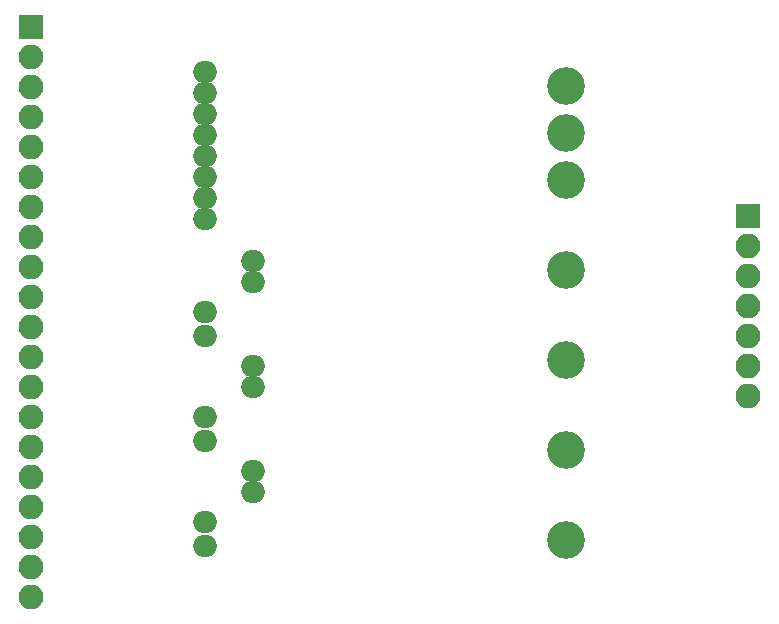
<source format=gbr>
G04 #@! TF.FileFunction,Soldermask,Top*
%FSLAX46Y46*%
G04 Gerber Fmt 4.6, Leading zero omitted, Abs format (unit mm)*
G04 Created by KiCad (PCBNEW 4.0.5) date 09/12/17 13:56:01*
%MOMM*%
%LPD*%
G01*
G04 APERTURE LIST*
%ADD10C,0.100000*%
%ADD11R,2.100000X2.100000*%
%ADD12O,2.100000X2.100000*%
%ADD13O,2.000000X1.900000*%
%ADD14C,3.200000*%
G04 APERTURE END LIST*
D10*
D11*
X158369000Y-99695000D03*
D12*
X158369000Y-102235000D03*
X158369000Y-104775000D03*
X158369000Y-107315000D03*
X158369000Y-109855000D03*
X158369000Y-112395000D03*
X158369000Y-114935000D03*
X158369000Y-117475000D03*
X158369000Y-120015000D03*
X158369000Y-122555000D03*
X158369000Y-125095000D03*
X158369000Y-127635000D03*
X158369000Y-130175000D03*
X158369000Y-132715000D03*
X158369000Y-135255000D03*
X158369000Y-137795000D03*
X158369000Y-140335000D03*
X158369000Y-142875000D03*
X158369000Y-145415000D03*
X158369000Y-147955000D03*
D11*
X219075000Y-115697000D03*
D12*
X219075000Y-118237000D03*
X219075000Y-120777000D03*
X219075000Y-123317000D03*
X219075000Y-125857000D03*
X219075000Y-128397000D03*
X219075000Y-130937000D03*
D13*
X173101000Y-103496000D03*
X173101000Y-105274000D03*
X173101000Y-107052000D03*
X173101000Y-108830000D03*
X173101000Y-110608000D03*
X173101000Y-112386000D03*
X173101000Y-114164000D03*
X177201000Y-128388000D03*
X173101000Y-125857000D03*
X173101000Y-123807000D03*
X177201000Y-121276000D03*
X177201000Y-119498000D03*
X173101000Y-115942000D03*
X177201000Y-130166000D03*
X173101000Y-132697000D03*
X173101000Y-134747000D03*
X177201000Y-137278000D03*
X177201000Y-139056000D03*
X173101000Y-141587000D03*
X173101000Y-143637000D03*
D14*
X203701000Y-104703000D03*
X203701000Y-108703000D03*
X203701000Y-112703000D03*
X203701000Y-120323000D03*
X203701000Y-127943000D03*
X203701000Y-135563000D03*
X203701000Y-143183000D03*
M02*

</source>
